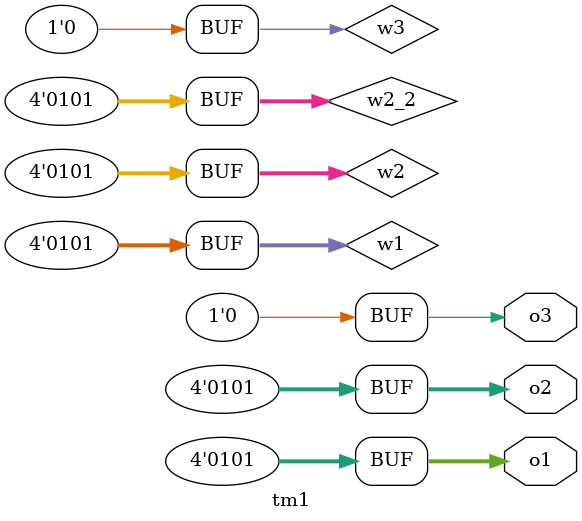
<source format=v>
`include "CC.v"

module test1;

wire signed [8:0] w0, w1, w2, w3;
wire [8:0] w4, w5, w6, w7;

assign w0 = -8'd8;
assign w1 = 8'd3;
assign w2 = w0/w1;
assign w4 = w2;

CC CC0(
    .in_s0( 4'd8),
    .in_s1( 4'd11),
    .in_s2( 4'd8),
    .in_s3( 4'd0),
    .in_s4( 4'd5),
    .in_s5( 4'd14),
    .in_s6( 4'd7),
    .opt(   3'd2),
    .a(     2'd2),
    .b(     3'd6),
    .s_id0(),
    .s_id1(),
    .s_id2(),
    .s_id3(),
    .s_id4(),
    .s_id5(),
    .s_id6(),
    .out()
);

initial begin
    $display("hello world");
    $dumpfile("dump.vcd");
    $dumpvars;
    #10
    $display("###: %d, %d", w2, w4);
    $display("s0: %d, s1: %d, s2: %d, s3: %d, s4: %d, s5: %d, s6: %d, out: %d", CC0.s_id0, CC0.s_id1, CC0.s_id2, CC0.s_id3, CC0.s_id4, CC0.s_id5, CC0.s_id6, CC0.out);
    $finish;
end

endmodule

module tm1(o1, o2, o3);

output wire [3:0] o1;
output wire [3:0] o2;
output wire o3;

wire [3:0] w1;
wire signed [3:0] w2;
wire [3:0] w2_2;
wire w3;
wire [3:0] w4;

assign w1 = ~4'd10;
assign w2 = w1;
assign w2_2 = w2;
assign w3 = w1[3];

assign o1 = w1;
assign o2 = w2_2;
assign o3 = w3;

endmodule

</source>
